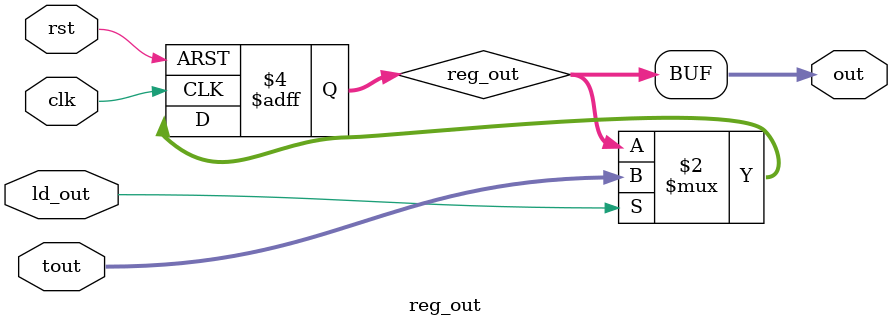
<source format=v>
module reg_out(
input clk, rst,
input [7:0] tout ,
input  ld_out ,
output [7:0] out
);
 reg [7:0] reg_out;
 
 always @(posedge clk or posedge rst) begin
   if (rst)
   reg_out <= 0 ;
   else if ( ld_out )
   reg_out <= tout ;
   end
assign out = reg_out ;
endmodule
</source>
